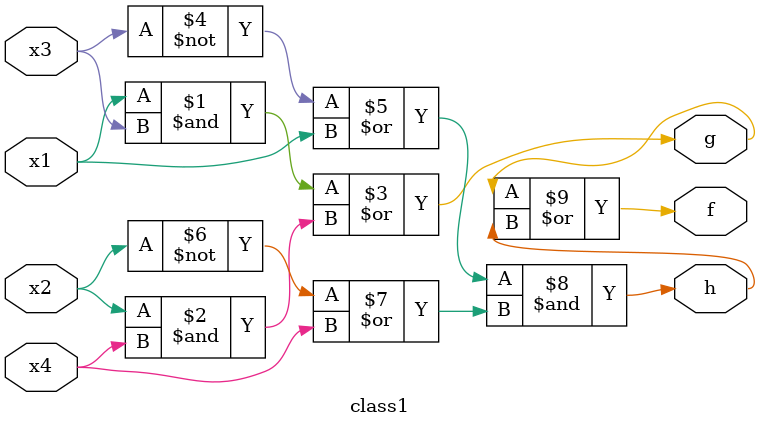
<source format=v>
module class1(x1,x2,x3,x4,f,g,h);
	input x1,x2,x3,x4;
	output f,g,h;
	assign g= (x1 & x3) | (x2 & x4);
	assign h = (~x3 | x1) & (~x2 | x4);
	assign f = g|h;
endmodule
	

</source>
